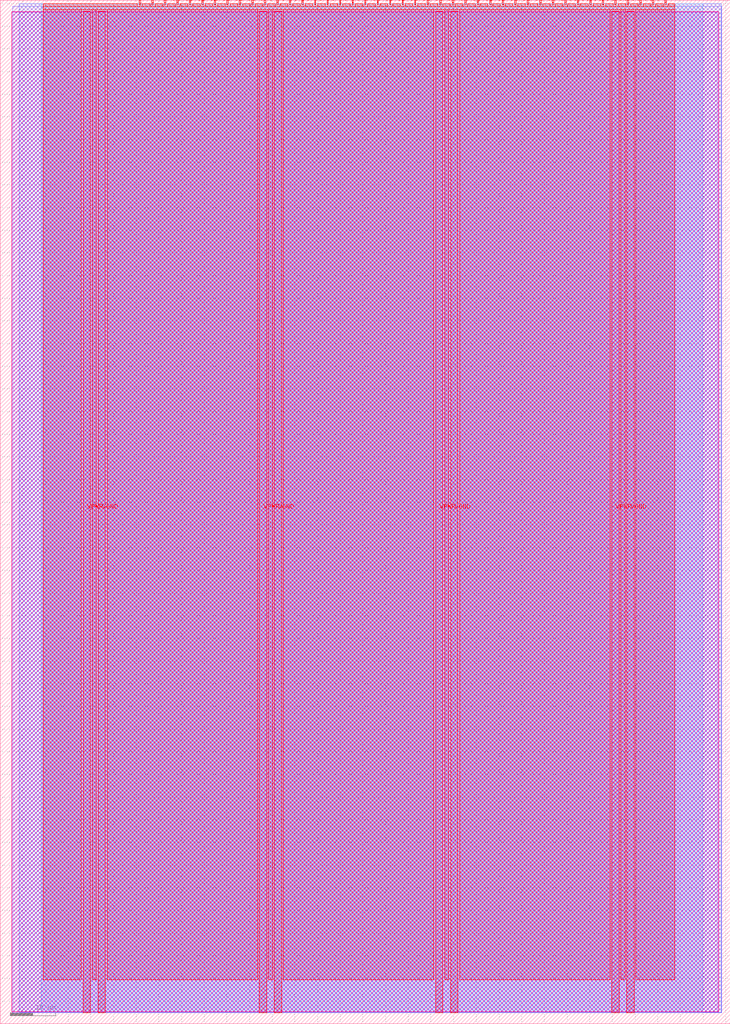
<source format=lef>
VERSION 5.7 ;
  NOWIREEXTENSIONATPIN ON ;
  DIVIDERCHAR "/" ;
  BUSBITCHARS "[]" ;
MACRO tt_um_uwasic_dinogame
  CLASS BLOCK ;
  FOREIGN tt_um_uwasic_dinogame ;
  ORIGIN 0.000 0.000 ;
  SIZE 161.000 BY 225.760 ;
  PIN VGND
    DIRECTION INOUT ;
    USE GROUND ;
    PORT
      LAYER met4 ;
        RECT 21.580 2.480 23.180 223.280 ;
    END
    PORT
      LAYER met4 ;
        RECT 60.450 2.480 62.050 223.280 ;
    END
    PORT
      LAYER met4 ;
        RECT 99.320 2.480 100.920 223.280 ;
    END
    PORT
      LAYER met4 ;
        RECT 138.190 2.480 139.790 223.280 ;
    END
  END VGND
  PIN VPWR
    DIRECTION INOUT ;
    USE POWER ;
    PORT
      LAYER met4 ;
        RECT 18.280 2.480 19.880 223.280 ;
    END
    PORT
      LAYER met4 ;
        RECT 57.150 2.480 58.750 223.280 ;
    END
    PORT
      LAYER met4 ;
        RECT 96.020 2.480 97.620 223.280 ;
    END
    PORT
      LAYER met4 ;
        RECT 134.890 2.480 136.490 223.280 ;
    END
  END VPWR
  PIN clk
    DIRECTION INPUT ;
    USE SIGNAL ;
    ANTENNAGATEAREA 0.852000 ;
    PORT
      LAYER met4 ;
        RECT 143.830 224.760 144.130 225.760 ;
    END
  END clk
  PIN ena
    DIRECTION INPUT ;
    USE SIGNAL ;
    ANTENNAGATEAREA 0.126000 ;
    PORT
      LAYER met4 ;
        RECT 146.590 224.760 146.890 225.760 ;
    END
  END ena
  PIN rst_n
    DIRECTION INPUT ;
    USE SIGNAL ;
    ANTENNAGATEAREA 0.196500 ;
    PORT
      LAYER met4 ;
        RECT 141.070 224.760 141.370 225.760 ;
    END
  END rst_n
  PIN ui_in[0]
    DIRECTION INPUT ;
    USE SIGNAL ;
    PORT
      LAYER met4 ;
        RECT 138.310 224.760 138.610 225.760 ;
    END
  END ui_in[0]
  PIN ui_in[1]
    DIRECTION INPUT ;
    USE SIGNAL ;
    PORT
      LAYER met4 ;
        RECT 135.550 224.760 135.850 225.760 ;
    END
  END ui_in[1]
  PIN ui_in[2]
    DIRECTION INPUT ;
    USE SIGNAL ;
    PORT
      LAYER met4 ;
        RECT 132.790 224.760 133.090 225.760 ;
    END
  END ui_in[2]
  PIN ui_in[3]
    DIRECTION INPUT ;
    USE SIGNAL ;
    PORT
      LAYER met4 ;
        RECT 130.030 224.760 130.330 225.760 ;
    END
  END ui_in[3]
  PIN ui_in[4]
    DIRECTION INPUT ;
    USE SIGNAL ;
    ANTENNAGATEAREA 0.196500 ;
    PORT
      LAYER met4 ;
        RECT 127.270 224.760 127.570 225.760 ;
    END
  END ui_in[4]
  PIN ui_in[5]
    DIRECTION INPUT ;
    USE SIGNAL ;
    ANTENNAGATEAREA 0.196500 ;
    PORT
      LAYER met4 ;
        RECT 124.510 224.760 124.810 225.760 ;
    END
  END ui_in[5]
  PIN ui_in[6]
    DIRECTION INPUT ;
    USE SIGNAL ;
    ANTENNAGATEAREA 0.196500 ;
    PORT
      LAYER met4 ;
        RECT 121.750 224.760 122.050 225.760 ;
    END
  END ui_in[6]
  PIN ui_in[7]
    DIRECTION INPUT ;
    USE SIGNAL ;
    PORT
      LAYER met4 ;
        RECT 118.990 224.760 119.290 225.760 ;
    END
  END ui_in[7]
  PIN uio_in[0]
    DIRECTION INPUT ;
    USE SIGNAL ;
    PORT
      LAYER met4 ;
        RECT 116.230 224.760 116.530 225.760 ;
    END
  END uio_in[0]
  PIN uio_in[1]
    DIRECTION INPUT ;
    USE SIGNAL ;
    PORT
      LAYER met4 ;
        RECT 113.470 224.760 113.770 225.760 ;
    END
  END uio_in[1]
  PIN uio_in[2]
    DIRECTION INPUT ;
    USE SIGNAL ;
    PORT
      LAYER met4 ;
        RECT 110.710 224.760 111.010 225.760 ;
    END
  END uio_in[2]
  PIN uio_in[3]
    DIRECTION INPUT ;
    USE SIGNAL ;
    PORT
      LAYER met4 ;
        RECT 107.950 224.760 108.250 225.760 ;
    END
  END uio_in[3]
  PIN uio_in[4]
    DIRECTION INPUT ;
    USE SIGNAL ;
    PORT
      LAYER met4 ;
        RECT 105.190 224.760 105.490 225.760 ;
    END
  END uio_in[4]
  PIN uio_in[5]
    DIRECTION INPUT ;
    USE SIGNAL ;
    PORT
      LAYER met4 ;
        RECT 102.430 224.760 102.730 225.760 ;
    END
  END uio_in[5]
  PIN uio_in[6]
    DIRECTION INPUT ;
    USE SIGNAL ;
    PORT
      LAYER met4 ;
        RECT 99.670 224.760 99.970 225.760 ;
    END
  END uio_in[6]
  PIN uio_in[7]
    DIRECTION INPUT ;
    USE SIGNAL ;
    PORT
      LAYER met4 ;
        RECT 96.910 224.760 97.210 225.760 ;
    END
  END uio_in[7]
  PIN uio_oe[0]
    DIRECTION OUTPUT ;
    USE SIGNAL ;
    PORT
      LAYER met4 ;
        RECT 49.990 224.760 50.290 225.760 ;
    END
  END uio_oe[0]
  PIN uio_oe[1]
    DIRECTION OUTPUT ;
    USE SIGNAL ;
    PORT
      LAYER met4 ;
        RECT 47.230 224.760 47.530 225.760 ;
    END
  END uio_oe[1]
  PIN uio_oe[2]
    DIRECTION OUTPUT ;
    USE SIGNAL ;
    PORT
      LAYER met4 ;
        RECT 44.470 224.760 44.770 225.760 ;
    END
  END uio_oe[2]
  PIN uio_oe[3]
    DIRECTION OUTPUT ;
    USE SIGNAL ;
    PORT
      LAYER met4 ;
        RECT 41.710 224.760 42.010 225.760 ;
    END
  END uio_oe[3]
  PIN uio_oe[4]
    DIRECTION OUTPUT ;
    USE SIGNAL ;
    PORT
      LAYER met4 ;
        RECT 38.950 224.760 39.250 225.760 ;
    END
  END uio_oe[4]
  PIN uio_oe[5]
    DIRECTION OUTPUT ;
    USE SIGNAL ;
    PORT
      LAYER met4 ;
        RECT 36.190 224.760 36.490 225.760 ;
    END
  END uio_oe[5]
  PIN uio_oe[6]
    DIRECTION OUTPUT ;
    USE SIGNAL ;
    PORT
      LAYER met4 ;
        RECT 33.430 224.760 33.730 225.760 ;
    END
  END uio_oe[6]
  PIN uio_oe[7]
    DIRECTION OUTPUT ;
    USE SIGNAL ;
    PORT
      LAYER met4 ;
        RECT 30.670 224.760 30.970 225.760 ;
    END
  END uio_oe[7]
  PIN uio_out[0]
    DIRECTION OUTPUT ;
    USE SIGNAL ;
    PORT
      LAYER met4 ;
        RECT 72.070 224.760 72.370 225.760 ;
    END
  END uio_out[0]
  PIN uio_out[1]
    DIRECTION OUTPUT ;
    USE SIGNAL ;
    PORT
      LAYER met4 ;
        RECT 69.310 224.760 69.610 225.760 ;
    END
  END uio_out[1]
  PIN uio_out[2]
    DIRECTION OUTPUT ;
    USE SIGNAL ;
    PORT
      LAYER met4 ;
        RECT 66.550 224.760 66.850 225.760 ;
    END
  END uio_out[2]
  PIN uio_out[3]
    DIRECTION OUTPUT ;
    USE SIGNAL ;
    PORT
      LAYER met4 ;
        RECT 63.790 224.760 64.090 225.760 ;
    END
  END uio_out[3]
  PIN uio_out[4]
    DIRECTION OUTPUT ;
    USE SIGNAL ;
    PORT
      LAYER met4 ;
        RECT 61.030 224.760 61.330 225.760 ;
    END
  END uio_out[4]
  PIN uio_out[5]
    DIRECTION OUTPUT ;
    USE SIGNAL ;
    PORT
      LAYER met4 ;
        RECT 58.270 224.760 58.570 225.760 ;
    END
  END uio_out[5]
  PIN uio_out[6]
    DIRECTION OUTPUT ;
    USE SIGNAL ;
    PORT
      LAYER met4 ;
        RECT 55.510 224.760 55.810 225.760 ;
    END
  END uio_out[6]
  PIN uio_out[7]
    DIRECTION OUTPUT ;
    USE SIGNAL ;
    ANTENNADIFFAREA 0.445500 ;
    PORT
      LAYER met4 ;
        RECT 52.750 224.760 53.050 225.760 ;
    END
  END uio_out[7]
  PIN uo_out[0]
    DIRECTION OUTPUT ;
    USE SIGNAL ;
    ANTENNADIFFAREA 0.643500 ;
    PORT
      LAYER met4 ;
        RECT 94.150 224.760 94.450 225.760 ;
    END
  END uo_out[0]
  PIN uo_out[1]
    DIRECTION OUTPUT ;
    USE SIGNAL ;
    ANTENNADIFFAREA 0.643500 ;
    PORT
      LAYER met4 ;
        RECT 91.390 224.760 91.690 225.760 ;
    END
  END uo_out[1]
  PIN uo_out[2]
    DIRECTION OUTPUT ;
    USE SIGNAL ;
    ANTENNADIFFAREA 0.445500 ;
    PORT
      LAYER met4 ;
        RECT 88.630 224.760 88.930 225.760 ;
    END
  END uo_out[2]
  PIN uo_out[3]
    DIRECTION OUTPUT ;
    USE SIGNAL ;
    ANTENNADIFFAREA 0.445500 ;
    PORT
      LAYER met4 ;
        RECT 85.870 224.760 86.170 225.760 ;
    END
  END uo_out[3]
  PIN uo_out[4]
    DIRECTION OUTPUT ;
    USE SIGNAL ;
    ANTENNAGATEAREA 0.159000 ;
    ANTENNADIFFAREA 0.643500 ;
    PORT
      LAYER met4 ;
        RECT 83.110 224.760 83.410 225.760 ;
    END
  END uo_out[4]
  PIN uo_out[5]
    DIRECTION OUTPUT ;
    USE SIGNAL ;
    ANTENNADIFFAREA 0.643500 ;
    PORT
      LAYER met4 ;
        RECT 80.350 224.760 80.650 225.760 ;
    END
  END uo_out[5]
  PIN uo_out[6]
    DIRECTION OUTPUT ;
    USE SIGNAL ;
    ANTENNADIFFAREA 0.643500 ;
    PORT
      LAYER met4 ;
        RECT 77.590 224.760 77.890 225.760 ;
    END
  END uo_out[6]
  PIN uo_out[7]
    DIRECTION OUTPUT ;
    USE SIGNAL ;
    ANTENNADIFFAREA 0.445500 ;
    PORT
      LAYER met4 ;
        RECT 74.830 224.760 75.130 225.760 ;
    END
  END uo_out[7]
  OBS
      LAYER nwell ;
        RECT 2.570 2.635 158.430 223.230 ;
      LAYER li1 ;
        RECT 2.760 2.635 158.240 223.125 ;
      LAYER met1 ;
        RECT 2.760 2.480 159.090 224.360 ;
      LAYER met2 ;
        RECT 4.240 2.535 159.060 224.925 ;
      LAYER met3 ;
        RECT 9.040 2.555 154.955 224.905 ;
      LAYER met4 ;
        RECT 9.495 224.360 30.270 224.905 ;
        RECT 31.370 224.360 33.030 224.905 ;
        RECT 34.130 224.360 35.790 224.905 ;
        RECT 36.890 224.360 38.550 224.905 ;
        RECT 39.650 224.360 41.310 224.905 ;
        RECT 42.410 224.360 44.070 224.905 ;
        RECT 45.170 224.360 46.830 224.905 ;
        RECT 47.930 224.360 49.590 224.905 ;
        RECT 50.690 224.360 52.350 224.905 ;
        RECT 53.450 224.360 55.110 224.905 ;
        RECT 56.210 224.360 57.870 224.905 ;
        RECT 58.970 224.360 60.630 224.905 ;
        RECT 61.730 224.360 63.390 224.905 ;
        RECT 64.490 224.360 66.150 224.905 ;
        RECT 67.250 224.360 68.910 224.905 ;
        RECT 70.010 224.360 71.670 224.905 ;
        RECT 72.770 224.360 74.430 224.905 ;
        RECT 75.530 224.360 77.190 224.905 ;
        RECT 78.290 224.360 79.950 224.905 ;
        RECT 81.050 224.360 82.710 224.905 ;
        RECT 83.810 224.360 85.470 224.905 ;
        RECT 86.570 224.360 88.230 224.905 ;
        RECT 89.330 224.360 90.990 224.905 ;
        RECT 92.090 224.360 93.750 224.905 ;
        RECT 94.850 224.360 96.510 224.905 ;
        RECT 97.610 224.360 99.270 224.905 ;
        RECT 100.370 224.360 102.030 224.905 ;
        RECT 103.130 224.360 104.790 224.905 ;
        RECT 105.890 224.360 107.550 224.905 ;
        RECT 108.650 224.360 110.310 224.905 ;
        RECT 111.410 224.360 113.070 224.905 ;
        RECT 114.170 224.360 115.830 224.905 ;
        RECT 116.930 224.360 118.590 224.905 ;
        RECT 119.690 224.360 121.350 224.905 ;
        RECT 122.450 224.360 124.110 224.905 ;
        RECT 125.210 224.360 126.870 224.905 ;
        RECT 127.970 224.360 129.630 224.905 ;
        RECT 130.730 224.360 132.390 224.905 ;
        RECT 133.490 224.360 135.150 224.905 ;
        RECT 136.250 224.360 137.910 224.905 ;
        RECT 139.010 224.360 140.670 224.905 ;
        RECT 141.770 224.360 143.430 224.905 ;
        RECT 144.530 224.360 146.190 224.905 ;
        RECT 147.290 224.360 148.745 224.905 ;
        RECT 9.495 223.680 148.745 224.360 ;
        RECT 9.495 9.695 17.880 223.680 ;
        RECT 20.280 9.695 21.180 223.680 ;
        RECT 23.580 9.695 56.750 223.680 ;
        RECT 59.150 9.695 60.050 223.680 ;
        RECT 62.450 9.695 95.620 223.680 ;
        RECT 98.020 9.695 98.920 223.680 ;
        RECT 101.320 9.695 134.490 223.680 ;
        RECT 136.890 9.695 137.790 223.680 ;
        RECT 140.190 9.695 148.745 223.680 ;
  END
END tt_um_uwasic_dinogame
END LIBRARY


</source>
